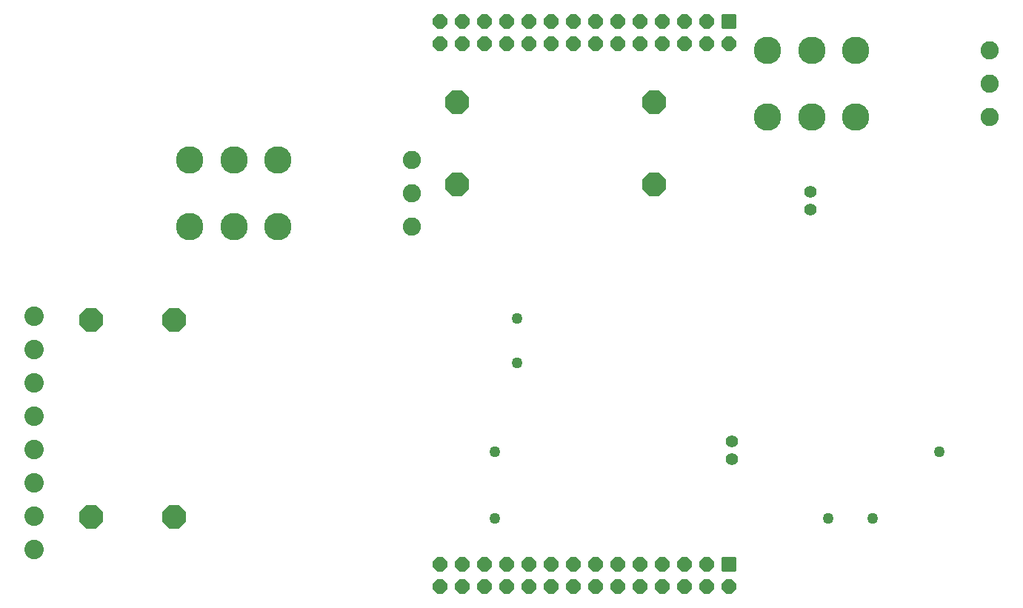
<source format=gbr>
%TF.GenerationSoftware,KiCad,Pcbnew,7.0.10-7.0.10~ubuntu22.04.1*%
%TF.CreationDate,2024-01-07T19:37:00+01:00*%
%TF.ProjectId,EEZ DIB AFE3,45455a20-4449-4422-9041-4645332e6b69,rev?*%
%TF.SameCoordinates,Original*%
%TF.FileFunction,Soldermask,Bot*%
%TF.FilePolarity,Negative*%
%FSLAX46Y46*%
G04 Gerber Fmt 4.6, Leading zero omitted, Abs format (unit mm)*
G04 Created by KiCad (PCBNEW 7.0.10-7.0.10~ubuntu22.04.1) date 2024-01-07 19:37:00*
%MOMM*%
%LPD*%
G01*
G04 APERTURE LIST*
G04 Aperture macros list*
%AMRoundRect*
0 Rectangle with rounded corners*
0 $1 Rounding radius*
0 $2 $3 $4 $5 $6 $7 $8 $9 X,Y pos of 4 corners*
0 Add a 4 corners polygon primitive as box body*
4,1,4,$2,$3,$4,$5,$6,$7,$8,$9,$2,$3,0*
0 Add four circle primitives for the rounded corners*
1,1,$1+$1,$2,$3*
1,1,$1+$1,$4,$5*
1,1,$1+$1,$6,$7*
1,1,$1+$1,$8,$9*
0 Add four rect primitives between the rounded corners*
20,1,$1+$1,$2,$3,$4,$5,0*
20,1,$1+$1,$4,$5,$6,$7,0*
20,1,$1+$1,$6,$7,$8,$9,0*
20,1,$1+$1,$8,$9,$2,$3,0*%
%AMFreePoly0*
4,1,25,0.575031,1.328373,0.579933,1.323882,1.323882,0.579933,1.345910,0.532692,1.346200,0.526051,1.346200,-0.526051,1.328373,-0.575031,1.323882,-0.579933,0.579933,-1.323882,0.532692,-1.345910,0.526051,-1.346200,-0.526051,-1.346200,-0.575031,-1.328373,-0.579933,-1.323882,-1.323882,-0.579933,-1.345910,-0.532692,-1.346200,-0.526051,-1.346200,0.526051,-1.328373,0.575031,-1.323882,0.579933,
-0.579933,1.323882,-0.532692,1.345910,-0.526051,1.346200,0.526051,1.346200,0.575031,1.328373,0.575031,1.328373,$1*%
%AMFreePoly1*
4,1,17,0.355561,0.794901,0.794901,0.355561,0.813500,0.310660,0.813500,-0.310660,0.794901,-0.355561,0.355561,-0.794901,0.310660,-0.813500,-0.310660,-0.813500,-0.355561,-0.794901,-0.794901,-0.355561,-0.813500,-0.310660,-0.813500,0.310660,-0.794901,0.355561,-0.355561,0.794901,-0.310660,0.813500,0.310660,0.813500,0.355561,0.794901,0.355561,0.794901,$1*%
G04 Aperture macros list end*
%ADD10C,1.397000*%
%ADD11C,1.270000*%
%ADD12C,3.127000*%
%ADD13C,2.077000*%
%ADD14FreePoly0,270.000000*%
%ADD15C,2.227000*%
%ADD16FreePoly0,0.000000*%
%ADD17FreePoly0,180.000000*%
%ADD18RoundRect,0.063500X0.750000X0.750000X-0.750000X0.750000X-0.750000X-0.750000X0.750000X-0.750000X0*%
%ADD19FreePoly1,180.000000*%
G04 APERTURE END LIST*
D10*
%TO.C,JP6*%
X178362100Y-92206700D03*
X178362100Y-94206700D03*
%TD*%
D11*
%TO.C,TP2*%
X180340000Y-129540000D03*
%TD*%
%TO.C,TP1*%
X193040000Y-121920000D03*
%TD*%
D12*
%TO.C,ISEL10A_1*%
X112422300Y-96135800D03*
X117462300Y-96135800D03*
X107382300Y-96135800D03*
X112422300Y-88575800D03*
X117462300Y-88575800D03*
X107382300Y-88575800D03*
D13*
X132752300Y-88575800D03*
X132752300Y-96135800D03*
X132752300Y-92355800D03*
%TD*%
D12*
%TO.C,ISEL10A_2*%
X178475000Y-83600900D03*
X183515000Y-83600900D03*
X173435000Y-83600900D03*
X178475000Y-76040900D03*
X183515000Y-76040900D03*
X173435000Y-76040900D03*
D13*
X198805000Y-76040900D03*
X198805000Y-83600900D03*
X198805000Y-79820900D03*
%TD*%
D10*
%TO.C,JP5*%
X169357800Y-122705500D03*
X169357800Y-120705500D03*
%TD*%
D14*
%TO.C,F3*%
X160465600Y-91313000D03*
X137965600Y-91313000D03*
%TD*%
D15*
%TO.C,X3*%
X89600000Y-133085000D03*
X89600000Y-129275000D03*
X89600000Y-125465000D03*
X89600000Y-121655000D03*
X89600000Y-117845000D03*
X89600000Y-114035000D03*
X89600000Y-110225000D03*
X89600000Y-106415000D03*
%TD*%
D11*
%TO.C,GND1*%
X185420000Y-129540000D03*
%TD*%
D16*
%TO.C,F1*%
X96139000Y-106807000D03*
X96139000Y-129307000D03*
%TD*%
D14*
%TO.C,F4*%
X160452900Y-81916400D03*
X137952900Y-81916400D03*
%TD*%
D17*
%TO.C,F2*%
X105578400Y-129323300D03*
X105578400Y-106823300D03*
%TD*%
D11*
%TO.C,IN1N1*%
X142240000Y-129540000D03*
%TD*%
D18*
%TO.C,X2*%
X169020000Y-72713600D03*
D19*
X169020000Y-75253600D03*
X166480000Y-72713600D03*
X166480000Y-75253600D03*
X163940000Y-72713600D03*
X163940000Y-75253600D03*
X161400000Y-72713600D03*
X161400000Y-75253600D03*
X158860000Y-72713600D03*
X158860000Y-75253600D03*
X156320000Y-72713600D03*
X156320000Y-75253600D03*
X153780000Y-72713600D03*
X153780000Y-75253600D03*
X151240000Y-72713600D03*
X151240000Y-75253600D03*
X148700000Y-72713600D03*
X148700000Y-75253600D03*
X146160000Y-72713600D03*
X146160000Y-75253600D03*
X143620000Y-72713600D03*
X143620000Y-75253600D03*
X141080000Y-72713600D03*
X141080000Y-75253600D03*
X138540000Y-72713600D03*
X138540000Y-75253600D03*
X136000000Y-72713600D03*
X136000000Y-75253600D03*
%TD*%
D11*
%TO.C,IN1P1*%
X142240000Y-121920000D03*
%TD*%
%TO.C,IN2N1*%
X144780000Y-106680000D03*
%TD*%
%TO.C,IN2P1*%
X144780000Y-111760000D03*
%TD*%
D18*
%TO.C,X1*%
X169020000Y-134753600D03*
D19*
X169020000Y-137293600D03*
X166480000Y-134753600D03*
X166480000Y-137293600D03*
X163940000Y-134753600D03*
X163940000Y-137293600D03*
X161400000Y-134753600D03*
X161400000Y-137293600D03*
X158860000Y-134753600D03*
X158860000Y-137293600D03*
X156320000Y-134753600D03*
X156320000Y-137293600D03*
X153780000Y-134753600D03*
X153780000Y-137293600D03*
X151240000Y-134753600D03*
X151240000Y-137293600D03*
X148700000Y-134753600D03*
X148700000Y-137293600D03*
X146160000Y-134753600D03*
X146160000Y-137293600D03*
X143620000Y-134753600D03*
X143620000Y-137293600D03*
X141080000Y-134753600D03*
X141080000Y-137293600D03*
X138540000Y-134753600D03*
X138540000Y-137293600D03*
X136000000Y-134753600D03*
X136000000Y-137293600D03*
%TD*%
M02*

</source>
